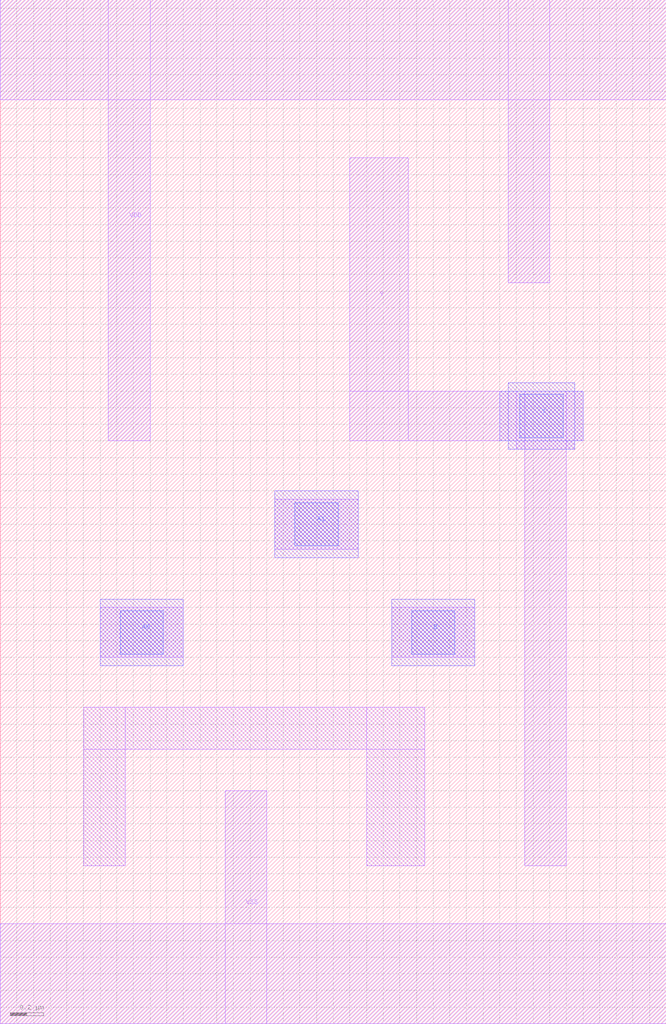
<source format=lef>
# Copyright 2022 Google LLC
# Licensed under the Apache License, Version 2.0 (the "License");
# you may not use this file except in compliance with the License.
# You may obtain a copy of the License at
#
#      http://www.apache.org/licenses/LICENSE-2.0
#
# Unless required by applicable law or agreed to in writing, software
# distributed under the License is distributed on an "AS IS" BASIS,
# WITHOUT WARRANTIES OR CONDITIONS OF ANY KIND, either express or implied.
# See the License for the specific language governing permissions and
# limitations under the License.
VERSION 5.7 ;
BUSBITCHARS "[]" ;
DIVIDERCHAR "/" ;

MACRO gf180mcu_osu_sc_9T_oai21_1
  CLASS CORE ;
  ORIGIN 0 0 ;
  FOREIGN gf180mcu_osu_sc_9T_oai21_1 0 0 ;
  SIZE 4 BY 6.15 ;
  SYMMETRY X Y ;
  SITE GF180_3p3_12t ;
  PIN VDD
    DIRECTION INOUT ;
    USE POWER ;
    SHAPE ABUTMENT ;
    PORT
      LAYER MET1 ;
        RECT 0 5.55 4 6.15 ;
        RECT 3.05 4.45 3.3 6.15 ;
        RECT 0.65 3.5 0.9 6.15 ;
    END
  END VDD
  PIN VSS
    DIRECTION INOUT ;
    USE GROUND ;
    PORT
      LAYER MET1 ;
        RECT 0 0 4 0.6 ;
        RECT 1.35 0 1.6 1.4 ;
    END
  END VSS
  PIN A0
    DIRECTION INPUT ;
    USE SIGNAL ;
    PORT
      LAYER MET1 ;
        RECT 0.6 2.2 1.1 2.5 ;
      LAYER MET2 ;
        RECT 0.6 2.15 1.1 2.55 ;
      LAYER VIA12 ;
        RECT 0.72 2.22 0.98 2.48 ;
    END
  END A0
  PIN A1
    DIRECTION INPUT ;
    USE SIGNAL ;
    PORT
      LAYER MET1 ;
        RECT 1.65 2.85 2.15 3.15 ;
      LAYER MET2 ;
        RECT 1.65 2.8 2.15 3.2 ;
      LAYER VIA12 ;
        RECT 1.77 2.87 2.03 3.13 ;
    END
  END A1
  PIN B
    DIRECTION INPUT ;
    USE SIGNAL ;
    PORT
      LAYER MET1 ;
        RECT 2.35 2.2 2.85 2.5 ;
      LAYER MET2 ;
        RECT 2.35 2.15 2.85 2.55 ;
      LAYER VIA12 ;
        RECT 2.47 2.22 2.73 2.48 ;
    END
  END B
  PIN Y
    DIRECTION OUTPUT ;
    USE SIGNAL ;
    PORT
      LAYER MET1 ;
        RECT 2.1 3.5 3.5 3.8 ;
        RECT 3.1 3.45 3.45 3.8 ;
        RECT 3.15 0.95 3.4 3.8 ;
        RECT 2.1 3.5 2.45 5.2 ;
      LAYER MET2 ;
        RECT 3 3.5 3.5 3.8 ;
        RECT 3.05 3.45 3.45 3.85 ;
      LAYER VIA12 ;
        RECT 3.12 3.52 3.38 3.78 ;
    END
  END Y
  OBS
    LAYER MET1 ;
      RECT 0.5 1.65 2.55 1.9 ;
      RECT 2.2 0.95 2.55 1.9 ;
      RECT 0.5 0.95 0.75 1.9 ;
  END
END gf180mcu_osu_sc_9T_oai21_1

</source>
